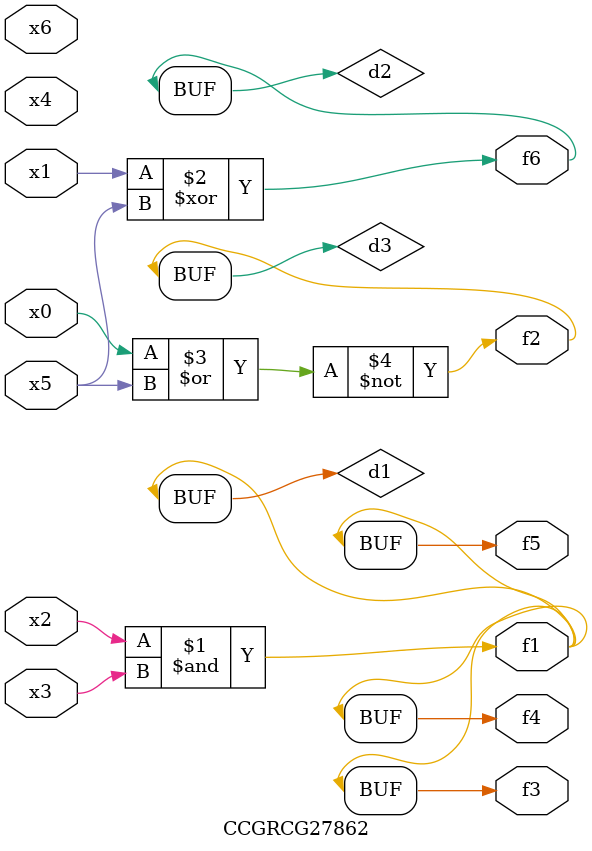
<source format=v>
module CCGRCG27862(
	input x0, x1, x2, x3, x4, x5, x6,
	output f1, f2, f3, f4, f5, f6
);

	wire d1, d2, d3;

	and (d1, x2, x3);
	xor (d2, x1, x5);
	nor (d3, x0, x5);
	assign f1 = d1;
	assign f2 = d3;
	assign f3 = d1;
	assign f4 = d1;
	assign f5 = d1;
	assign f6 = d2;
endmodule

</source>
